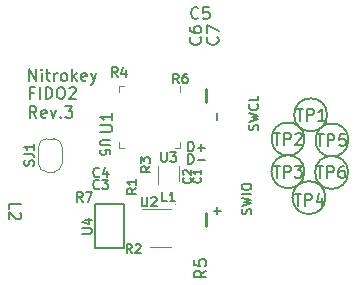
<source format=gto>
G04 #@! TF.GenerationSoftware,KiCad,Pcbnew,(5.0.1)-4*
G04 #@! TF.CreationDate,2019-05-08T11:41:41+02:00*
G04 #@! TF.ProjectId,nk-fido2,6E6B2D6669646F322E6B696361645F70,R3*
G04 #@! TF.SameCoordinates,PX791ddc0PY5e69114*
G04 #@! TF.FileFunction,Legend,Top*
G04 #@! TF.FilePolarity,Positive*
%FSLAX46Y46*%
G04 Gerber Fmt 4.6, Leading zero omitted, Abs format (unit mm)*
G04 Created by KiCad (PCBNEW (5.0.1)-4) date 08.05.2019 11:41:41*
%MOMM*%
%LPD*%
G01*
G04 APERTURE LIST*
%ADD10C,0.150000*%
%ADD11C,0.120000*%
%ADD12C,0.254000*%
%ADD13C,0.101600*%
%ADD14C,0.160000*%
G04 APERTURE END LIST*
D10*
X-9485086Y3359120D02*
X-9818420Y3835310D01*
X-10056515Y3359120D02*
X-10056515Y4359120D01*
X-9675562Y4359120D01*
X-9580324Y4311500D01*
X-9532705Y4263881D01*
X-9485086Y4168643D01*
X-9485086Y4025786D01*
X-9532705Y3930548D01*
X-9580324Y3882929D01*
X-9675562Y3835310D01*
X-10056515Y3835310D01*
X-8675562Y3406739D02*
X-8770800Y3359120D01*
X-8961277Y3359120D01*
X-9056515Y3406739D01*
X-9104134Y3501977D01*
X-9104134Y3882929D01*
X-9056515Y3978167D01*
X-8961277Y4025786D01*
X-8770800Y4025786D01*
X-8675562Y3978167D01*
X-8627943Y3882929D01*
X-8627943Y3787691D01*
X-9104134Y3692453D01*
X-8294610Y4025786D02*
X-8056515Y3359120D01*
X-7818420Y4025786D01*
X-7437467Y3454358D02*
X-7389848Y3406739D01*
X-7437467Y3359120D01*
X-7485086Y3406739D01*
X-7437467Y3454358D01*
X-7437467Y3359120D01*
X-7056515Y4359120D02*
X-6437467Y4359120D01*
X-6770800Y3978167D01*
X-6627943Y3978167D01*
X-6532705Y3930548D01*
X-6485086Y3882929D01*
X-6437467Y3787691D01*
X-6437467Y3549596D01*
X-6485086Y3454358D01*
X-6532705Y3406739D01*
X-6627943Y3359120D01*
X-6913658Y3359120D01*
X-7008896Y3406739D01*
X-7056515Y3454358D01*
X5772057Y3816262D02*
X5772057Y3206739D01*
X-9716039Y5494629D02*
X-10049372Y5494629D01*
X-10049372Y4970820D02*
X-10049372Y5970820D01*
X-9573181Y5970820D01*
X-9192229Y4970820D02*
X-9192229Y5970820D01*
X-8716039Y4970820D02*
X-8716039Y5970820D01*
X-8477943Y5970820D01*
X-8335086Y5923200D01*
X-8239848Y5827962D01*
X-8192229Y5732724D01*
X-8144610Y5542248D01*
X-8144610Y5399391D01*
X-8192229Y5208915D01*
X-8239848Y5113677D01*
X-8335086Y5018439D01*
X-8477943Y4970820D01*
X-8716039Y4970820D01*
X-7525562Y5970820D02*
X-7335086Y5970820D01*
X-7239848Y5923200D01*
X-7144610Y5827962D01*
X-7096991Y5637486D01*
X-7096991Y5304153D01*
X-7144610Y5113677D01*
X-7239848Y5018439D01*
X-7335086Y4970820D01*
X-7525562Y4970820D01*
X-7620800Y5018439D01*
X-7716039Y5113677D01*
X-7763658Y5304153D01*
X-7763658Y5637486D01*
X-7716039Y5827962D01*
X-7620800Y5923200D01*
X-7525562Y5970820D01*
X-6716039Y5875581D02*
X-6668420Y5923200D01*
X-6573181Y5970820D01*
X-6335086Y5970820D01*
X-6239848Y5923200D01*
X-6192229Y5875581D01*
X-6144610Y5780343D01*
X-6144610Y5685105D01*
X-6192229Y5542248D01*
X-6763658Y4970820D01*
X-6144610Y4970820D01*
X-10083215Y6507520D02*
X-10083215Y7507520D01*
X-9511786Y6507520D01*
X-9511786Y7507520D01*
X-9035596Y6507520D02*
X-9035596Y7174186D01*
X-9035596Y7507520D02*
X-9083215Y7459900D01*
X-9035596Y7412281D01*
X-8987977Y7459900D01*
X-9035596Y7507520D01*
X-9035596Y7412281D01*
X-8702262Y7174186D02*
X-8321310Y7174186D01*
X-8559405Y7507520D02*
X-8559405Y6650377D01*
X-8511786Y6555139D01*
X-8416548Y6507520D01*
X-8321310Y6507520D01*
X-7987977Y6507520D02*
X-7987977Y7174186D01*
X-7987977Y6983710D02*
X-7940358Y7078948D01*
X-7892739Y7126567D01*
X-7797500Y7174186D01*
X-7702262Y7174186D01*
X-7226072Y6507520D02*
X-7321310Y6555139D01*
X-7368929Y6602758D01*
X-7416548Y6697996D01*
X-7416548Y6983710D01*
X-7368929Y7078948D01*
X-7321310Y7126567D01*
X-7226072Y7174186D01*
X-7083215Y7174186D01*
X-6987977Y7126567D01*
X-6940358Y7078948D01*
X-6892739Y6983710D01*
X-6892739Y6697996D01*
X-6940358Y6602758D01*
X-6987977Y6555139D01*
X-7083215Y6507520D01*
X-7226072Y6507520D01*
X-6464167Y6507520D02*
X-6464167Y7507520D01*
X-6368929Y6888472D02*
X-6083215Y6507520D01*
X-6083215Y7174186D02*
X-6464167Y6793234D01*
X-5273691Y6555139D02*
X-5368929Y6507520D01*
X-5559405Y6507520D01*
X-5654643Y6555139D01*
X-5702262Y6650377D01*
X-5702262Y7031329D01*
X-5654643Y7126567D01*
X-5559405Y7174186D01*
X-5368929Y7174186D01*
X-5273691Y7126567D01*
X-5226072Y7031329D01*
X-5226072Y6936091D01*
X-5702262Y6840853D01*
X-4892739Y7174186D02*
X-4654643Y6507520D01*
X-4416548Y7174186D02*
X-4654643Y6507520D01*
X-4749881Y6269424D01*
X-4797500Y6221805D01*
X-4892739Y6174186D01*
X9253009Y2336977D02*
X9291104Y2451262D01*
X9291104Y2641739D01*
X9253009Y2717929D01*
X9214914Y2756024D01*
X9138723Y2794120D01*
X9062533Y2794120D01*
X8986342Y2756024D01*
X8948247Y2717929D01*
X8910152Y2641739D01*
X8872057Y2489358D01*
X8833961Y2413167D01*
X8795866Y2375072D01*
X8719676Y2336977D01*
X8643485Y2336977D01*
X8567295Y2375072D01*
X8529200Y2413167D01*
X8491104Y2489358D01*
X8491104Y2679834D01*
X8529200Y2794120D01*
X8491104Y3060786D02*
X9291104Y3251262D01*
X8719676Y3403643D01*
X9291104Y3556024D01*
X8491104Y3746500D01*
X9214914Y4508405D02*
X9253009Y4470310D01*
X9291104Y4356024D01*
X9291104Y4279834D01*
X9253009Y4165548D01*
X9176819Y4089358D01*
X9100628Y4051262D01*
X8948247Y4013167D01*
X8833961Y4013167D01*
X8681580Y4051262D01*
X8605390Y4089358D01*
X8529200Y4165548D01*
X8491104Y4279834D01*
X8491104Y4356024D01*
X8529200Y4470310D01*
X8567295Y4508405D01*
X9291104Y5232215D02*
X9291104Y4851262D01*
X8491104Y4851262D01*
X8653009Y-4783738D02*
X8691104Y-4669452D01*
X8691104Y-4478976D01*
X8653009Y-4402785D01*
X8614914Y-4364690D01*
X8538723Y-4326595D01*
X8462533Y-4326595D01*
X8386342Y-4364690D01*
X8348247Y-4402785D01*
X8310152Y-4478976D01*
X8272057Y-4631357D01*
X8233961Y-4707547D01*
X8195866Y-4745642D01*
X8119676Y-4783738D01*
X8043485Y-4783738D01*
X7967295Y-4745642D01*
X7929200Y-4707547D01*
X7891104Y-4631357D01*
X7891104Y-4440880D01*
X7929200Y-4326595D01*
X7891104Y-4059928D02*
X8691104Y-3869452D01*
X8119676Y-3717071D01*
X8691104Y-3564690D01*
X7891104Y-3374214D01*
X8691104Y-3069452D02*
X7891104Y-3069452D01*
X7891104Y-2536119D02*
X7891104Y-2383738D01*
X7929200Y-2307547D01*
X8005390Y-2231357D01*
X8157771Y-2193261D01*
X8424438Y-2193261D01*
X8576819Y-2231357D01*
X8653009Y-2307547D01*
X8691104Y-2383738D01*
X8691104Y-2536119D01*
X8653009Y-2612309D01*
X8576819Y-2688500D01*
X8424438Y-2726595D01*
X8157771Y-2726595D01*
X8005390Y-2688500D01*
X7929200Y-2612309D01*
X7891104Y-2536119D01*
X6133961Y-4481357D02*
X5524438Y-4481357D01*
X5829200Y-4176595D02*
X5829200Y-4786119D01*
X3374438Y-515404D02*
X3374438Y284596D01*
X3564914Y284596D01*
X3679200Y246500D01*
X3755390Y170310D01*
X3793485Y94120D01*
X3831580Y-58261D01*
X3831580Y-172547D01*
X3793485Y-324928D01*
X3755390Y-401119D01*
X3679200Y-477309D01*
X3564914Y-515404D01*
X3374438Y-515404D01*
X4174438Y-210642D02*
X4783961Y-210642D01*
X3374438Y534596D02*
X3374438Y1334596D01*
X3564914Y1334596D01*
X3679200Y1296500D01*
X3755390Y1220310D01*
X3793485Y1144120D01*
X3831580Y991739D01*
X3831580Y877453D01*
X3793485Y725072D01*
X3755390Y648881D01*
X3679200Y572691D01*
X3564914Y534596D01*
X3374438Y534596D01*
X4174438Y839358D02*
X4783961Y839358D01*
X4479200Y534596D02*
X4479200Y1144120D01*
X14977872Y-3378300D02*
G75*
G03X14977872Y-3378300I-1395672J0D01*
G01*
X16895572Y-1246029D02*
G75*
G03X16895572Y-1246029I-1395672J0D01*
G01*
X13199872Y-1182529D02*
G75*
G03X13199872Y-1182529I-1395672J0D01*
G01*
X13199872Y1586071D02*
G75*
G03X13199872Y1586071I-1395672J0D01*
G01*
X16922301Y1498500D02*
G75*
G03X16922301Y1498500I-1395672J0D01*
G01*
X15118901Y3632100D02*
G75*
G03X15118901Y3632100I-1395672J0D01*
G01*
D11*
G04 #@! TO.C,U1*
X2689200Y1311500D02*
X2689200Y836500D01*
X2689200Y836500D02*
X2214200Y836500D01*
X-2530800Y5581500D02*
X-2530800Y6056500D01*
X-2530800Y6056500D02*
X-2055800Y6056500D01*
X-2530800Y1311500D02*
X-2530800Y836500D01*
X-2530800Y836500D02*
X-2055800Y836500D01*
X2689200Y5581500D02*
X2689200Y6056500D01*
D12*
G04 #@! TO.C,J1*
X4899020Y-4714990D02*
X4899020Y-5814810D01*
X4899020Y4683010D02*
X4899020Y5782830D01*
D11*
G04 #@! TO.C,SJ1*
X-7320800Y-488500D02*
G75*
G02X-8020800Y-1188500I-700000J0D01*
G01*
X-8620800Y-1188500D02*
G75*
G02X-9320800Y-488500I0J700000D01*
G01*
X-9320800Y911500D02*
G75*
G02X-8620800Y1611500I700000J0D01*
G01*
X-8020800Y1611500D02*
G75*
G02X-7320800Y911500I0J-700000D01*
G01*
X-8620800Y1611500D02*
X-8020800Y1611500D01*
X-8020800Y-1188500D02*
X-8620800Y-1188500D01*
X-7320800Y911500D02*
X-7320800Y-488500D01*
X-9320800Y-488500D02*
X-9320800Y911500D01*
D10*
G04 #@! TO.C,U4*
X-4570800Y-7628500D02*
X-4570800Y-3878500D01*
X-2070800Y-7628500D02*
X-4570800Y-7628500D01*
X-2070800Y-3878500D02*
X-2070800Y-7628500D01*
X-4570800Y-3878500D02*
X-2070800Y-3878500D01*
D11*
G04 #@! TO.C,U2*
X129200Y-7563500D02*
X1929200Y-7563500D01*
X1929200Y-4343500D02*
X-520800Y-4343500D01*
D13*
G04 #@! TO.C,L1*
X2292900Y-3926500D02*
G75*
G03X2292900Y-3926500I-50800J0D01*
G01*
D11*
G04 #@! TO.C,U3*
X2579200Y-688500D02*
X2579200Y-1988500D01*
X779200Y-2238500D02*
X779200Y-688500D01*
G04 #@! TO.C,U1*
D14*
X-4078420Y2179596D02*
X-3268896Y2179596D01*
X-3173658Y2227215D01*
X-3126039Y2274834D01*
X-3078420Y2370072D01*
X-3078420Y2560548D01*
X-3126039Y2655786D01*
X-3173658Y2703405D01*
X-3268896Y2751024D01*
X-4078420Y2751024D01*
X-3078420Y3751024D02*
X-3078420Y3179596D01*
X-3078420Y3465310D02*
X-4078420Y3465310D01*
X-3935562Y3370072D01*
X-3840324Y3274834D01*
X-3792705Y3179596D01*
G04 #@! TO.C,L2*
X-11773181Y-4371833D02*
X-11773181Y-3895642D01*
X-10773181Y-3895642D01*
X-10868420Y-4657547D02*
X-10820800Y-4705166D01*
X-10773181Y-4800404D01*
X-10773181Y-5038500D01*
X-10820800Y-5133738D01*
X-10868420Y-5181357D01*
X-10963658Y-5228976D01*
X-11058896Y-5228976D01*
X-11201753Y-5181357D01*
X-11773181Y-4609928D01*
X-11773181Y-5228976D01*
G04 #@! TO.C,SJ1*
D10*
X-9756991Y-692785D02*
X-9718896Y-578500D01*
X-9718896Y-388023D01*
X-9756991Y-311833D01*
X-9795086Y-273738D01*
X-9871277Y-235642D01*
X-9947467Y-235642D01*
X-10023658Y-273738D01*
X-10061753Y-311833D01*
X-10099848Y-388023D01*
X-10137943Y-540404D01*
X-10176039Y-616595D01*
X-10214134Y-654690D01*
X-10290324Y-692785D01*
X-10366515Y-692785D01*
X-10442705Y-654690D01*
X-10480800Y-616595D01*
X-10518896Y-540404D01*
X-10518896Y-349928D01*
X-10480800Y-235642D01*
X-10518896Y335786D02*
X-9947467Y335786D01*
X-9833181Y297691D01*
X-9756991Y221500D01*
X-9718896Y107215D01*
X-9718896Y31024D01*
X-9718896Y1135786D02*
X-9718896Y678643D01*
X-9718896Y907215D02*
X-10518896Y907215D01*
X-10404610Y831024D01*
X-10328420Y754834D01*
X-10290324Y678643D01*
G04 #@! TO.C,U5*
X-3282705Y1491024D02*
X-3930324Y1491024D01*
X-4006515Y1452929D01*
X-4044610Y1414834D01*
X-4082705Y1338643D01*
X-4082705Y1186262D01*
X-4044610Y1110072D01*
X-4006515Y1071977D01*
X-3930324Y1033881D01*
X-3282705Y1033881D01*
X-3282705Y271977D02*
X-3282705Y652929D01*
X-3663658Y691024D01*
X-3625562Y652929D01*
X-3587467Y576739D01*
X-3587467Y386262D01*
X-3625562Y310072D01*
X-3663658Y271977D01*
X-3739848Y233881D01*
X-3930324Y233881D01*
X-4006515Y271977D01*
X-4044610Y310072D01*
X-4082705Y386262D01*
X-4082705Y576739D01*
X-4044610Y652929D01*
X-4006515Y691024D01*
G04 #@! TO.C,U4*
X-5608896Y-6418023D02*
X-4961277Y-6418023D01*
X-4885086Y-6379928D01*
X-4846991Y-6341833D01*
X-4808896Y-6265642D01*
X-4808896Y-6113261D01*
X-4846991Y-6037071D01*
X-4885086Y-5998976D01*
X-4961277Y-5960880D01*
X-5608896Y-5960880D01*
X-5342229Y-5237071D02*
X-4808896Y-5237071D01*
X-5646991Y-5427547D02*
X-5075562Y-5618023D01*
X-5075562Y-5122785D01*
G04 #@! TO.C,U2*
X-560324Y-3330404D02*
X-560324Y-3978023D01*
X-522229Y-4054214D01*
X-484134Y-4092309D01*
X-407943Y-4130404D01*
X-255562Y-4130404D01*
X-179372Y-4092309D01*
X-141277Y-4054214D01*
X-103181Y-3978023D01*
X-103181Y-3330404D01*
X239676Y-3406595D02*
X277771Y-3368500D01*
X353961Y-3330404D01*
X544438Y-3330404D01*
X620628Y-3368500D01*
X658723Y-3406595D01*
X696819Y-3482785D01*
X696819Y-3558976D01*
X658723Y-3673261D01*
X201580Y-4130404D01*
X696819Y-4130404D01*
G04 #@! TO.C,R5*
X4881580Y-9555166D02*
X4405390Y-9888500D01*
X4881580Y-10126595D02*
X3881580Y-10126595D01*
X3881580Y-9745642D01*
X3929200Y-9650404D01*
X3976819Y-9602785D01*
X4072057Y-9555166D01*
X4214914Y-9555166D01*
X4310152Y-9602785D01*
X4357771Y-9650404D01*
X4405390Y-9745642D01*
X4405390Y-10126595D01*
X3881580Y-8650404D02*
X3881580Y-9126595D01*
X4357771Y-9174214D01*
X4310152Y-9126595D01*
X4262533Y-9031357D01*
X4262533Y-8793261D01*
X4310152Y-8698023D01*
X4357771Y-8650404D01*
X4453009Y-8602785D01*
X4691104Y-8602785D01*
X4786342Y-8650404D01*
X4833961Y-8698023D01*
X4881580Y-8793261D01*
X4881580Y-9031357D01*
X4833961Y-9126595D01*
X4786342Y-9174214D01*
G04 #@! TO.C,TP2*
X10567295Y2094120D02*
X11138723Y2094120D01*
X10853009Y1094120D02*
X10853009Y2094120D01*
X11472057Y1094120D02*
X11472057Y2094120D01*
X11853009Y2094120D01*
X11948247Y2046500D01*
X11995866Y1998881D01*
X12043485Y1903643D01*
X12043485Y1760786D01*
X11995866Y1665548D01*
X11948247Y1617929D01*
X11853009Y1570310D01*
X11472057Y1570310D01*
X12424438Y1998881D02*
X12472057Y2046500D01*
X12567295Y2094120D01*
X12805390Y2094120D01*
X12900628Y2046500D01*
X12948247Y1998881D01*
X12995866Y1903643D01*
X12995866Y1808405D01*
X12948247Y1665548D01*
X12376819Y1094120D01*
X12995866Y1094120D01*
G04 #@! TO.C,L1*
X1555866Y-3690404D02*
X1174914Y-3690404D01*
X1174914Y-2890404D01*
X2241580Y-3690404D02*
X1784438Y-3690404D01*
X2013009Y-3690404D02*
X2013009Y-2890404D01*
X1936819Y-3004690D01*
X1860628Y-3080880D01*
X1784438Y-3118976D01*
G04 #@! TO.C,C1*
X4399200Y-1685166D02*
X4432533Y-1718500D01*
X4465866Y-1818500D01*
X4465866Y-1885166D01*
X4432533Y-1985166D01*
X4365866Y-2051833D01*
X4299200Y-2085166D01*
X4165866Y-2118500D01*
X4065866Y-2118500D01*
X3932533Y-2085166D01*
X3865866Y-2051833D01*
X3799200Y-1985166D01*
X3765866Y-1885166D01*
X3765866Y-1818500D01*
X3799200Y-1718500D01*
X3832533Y-1685166D01*
X4465866Y-1018500D02*
X4465866Y-1418500D01*
X4465866Y-1218500D02*
X3765866Y-1218500D01*
X3865866Y-1285166D01*
X3932533Y-1351833D01*
X3965866Y-1418500D01*
G04 #@! TO.C,C2*
X3539200Y-1715166D02*
X3572533Y-1748500D01*
X3605866Y-1848500D01*
X3605866Y-1915166D01*
X3572533Y-2015166D01*
X3505866Y-2081833D01*
X3439200Y-2115166D01*
X3305866Y-2148500D01*
X3205866Y-2148500D01*
X3072533Y-2115166D01*
X3005866Y-2081833D01*
X2939200Y-2015166D01*
X2905866Y-1915166D01*
X2905866Y-1848500D01*
X2939200Y-1748500D01*
X2972533Y-1715166D01*
X2972533Y-1448500D02*
X2939200Y-1415166D01*
X2905866Y-1348500D01*
X2905866Y-1181833D01*
X2939200Y-1115166D01*
X2972533Y-1081833D01*
X3039200Y-1048500D01*
X3105866Y-1048500D01*
X3205866Y-1081833D01*
X3605866Y-1481833D01*
X3605866Y-1048500D01*
G04 #@! TO.C,C3*
X-4164134Y-2574214D02*
X-4202229Y-2612309D01*
X-4316515Y-2650404D01*
X-4392705Y-2650404D01*
X-4506991Y-2612309D01*
X-4583181Y-2536119D01*
X-4621277Y-2459928D01*
X-4659372Y-2307547D01*
X-4659372Y-2193261D01*
X-4621277Y-2040880D01*
X-4583181Y-1964690D01*
X-4506991Y-1888500D01*
X-4392705Y-1850404D01*
X-4316515Y-1850404D01*
X-4202229Y-1888500D01*
X-4164134Y-1926595D01*
X-3897467Y-1850404D02*
X-3402229Y-1850404D01*
X-3668896Y-2155166D01*
X-3554610Y-2155166D01*
X-3478420Y-2193261D01*
X-3440324Y-2231357D01*
X-3402229Y-2307547D01*
X-3402229Y-2498023D01*
X-3440324Y-2574214D01*
X-3478420Y-2612309D01*
X-3554610Y-2650404D01*
X-3783181Y-2650404D01*
X-3859372Y-2612309D01*
X-3897467Y-2574214D01*
G04 #@! TO.C,C4*
X-4164134Y-1554214D02*
X-4202229Y-1592309D01*
X-4316515Y-1630404D01*
X-4392705Y-1630404D01*
X-4506991Y-1592309D01*
X-4583181Y-1516119D01*
X-4621277Y-1439928D01*
X-4659372Y-1287547D01*
X-4659372Y-1173261D01*
X-4621277Y-1020880D01*
X-4583181Y-944690D01*
X-4506991Y-868500D01*
X-4392705Y-830404D01*
X-4316515Y-830404D01*
X-4202229Y-868500D01*
X-4164134Y-906595D01*
X-3478420Y-1097071D02*
X-3478420Y-1630404D01*
X-3668896Y-792309D02*
X-3859372Y-1363738D01*
X-3364134Y-1363738D01*
G04 #@! TO.C,C5*
X4212533Y11854358D02*
X4164914Y11806739D01*
X4022057Y11759120D01*
X3926819Y11759120D01*
X3783961Y11806739D01*
X3688723Y11901977D01*
X3641104Y11997215D01*
X3593485Y12187691D01*
X3593485Y12330548D01*
X3641104Y12521024D01*
X3688723Y12616262D01*
X3783961Y12711500D01*
X3926819Y12759120D01*
X4022057Y12759120D01*
X4164914Y12711500D01*
X4212533Y12663881D01*
X5117295Y12759120D02*
X4641104Y12759120D01*
X4593485Y12282929D01*
X4641104Y12330548D01*
X4736342Y12378167D01*
X4974438Y12378167D01*
X5069676Y12330548D01*
X5117295Y12282929D01*
X5164914Y12187691D01*
X5164914Y11949596D01*
X5117295Y11854358D01*
X5069676Y11806739D01*
X4974438Y11759120D01*
X4736342Y11759120D01*
X4641104Y11806739D01*
X4593485Y11854358D01*
G04 #@! TO.C,C6*
X4386342Y10194834D02*
X4433961Y10147215D01*
X4481580Y10004358D01*
X4481580Y9909120D01*
X4433961Y9766262D01*
X4338723Y9671024D01*
X4243485Y9623405D01*
X4053009Y9575786D01*
X3910152Y9575786D01*
X3719676Y9623405D01*
X3624438Y9671024D01*
X3529200Y9766262D01*
X3481580Y9909120D01*
X3481580Y10004358D01*
X3529200Y10147215D01*
X3576819Y10194834D01*
X3481580Y11051977D02*
X3481580Y10861500D01*
X3529200Y10766262D01*
X3576819Y10718643D01*
X3719676Y10623405D01*
X3910152Y10575786D01*
X4291104Y10575786D01*
X4386342Y10623405D01*
X4433961Y10671024D01*
X4481580Y10766262D01*
X4481580Y10956739D01*
X4433961Y11051977D01*
X4386342Y11099596D01*
X4291104Y11147215D01*
X4053009Y11147215D01*
X3957771Y11099596D01*
X3910152Y11051977D01*
X3862533Y10956739D01*
X3862533Y10766262D01*
X3910152Y10671024D01*
X3957771Y10623405D01*
X4053009Y10575786D01*
G04 #@! TO.C,C7*
X5836342Y10194834D02*
X5883961Y10147215D01*
X5931580Y10004358D01*
X5931580Y9909120D01*
X5883961Y9766262D01*
X5788723Y9671024D01*
X5693485Y9623405D01*
X5503009Y9575786D01*
X5360152Y9575786D01*
X5169676Y9623405D01*
X5074438Y9671024D01*
X4979200Y9766262D01*
X4931580Y9909120D01*
X4931580Y10004358D01*
X4979200Y10147215D01*
X5026819Y10194834D01*
X4931580Y10528167D02*
X4931580Y11194834D01*
X5931580Y10766262D01*
G04 #@! TO.C,R1*
X-1028896Y-2591833D02*
X-1409848Y-2858500D01*
X-1028896Y-3048976D02*
X-1828896Y-3048976D01*
X-1828896Y-2744214D01*
X-1790800Y-2668023D01*
X-1752705Y-2629928D01*
X-1676515Y-2591833D01*
X-1562229Y-2591833D01*
X-1486039Y-2629928D01*
X-1447943Y-2668023D01*
X-1409848Y-2744214D01*
X-1409848Y-3048976D01*
X-1028896Y-1829928D02*
X-1028896Y-2287071D01*
X-1028896Y-2058500D02*
X-1828896Y-2058500D01*
X-1714610Y-2134690D01*
X-1638420Y-2210880D01*
X-1600324Y-2287071D01*
G04 #@! TO.C,R2*
X-1404134Y-8080404D02*
X-1670800Y-7699452D01*
X-1861277Y-8080404D02*
X-1861277Y-7280404D01*
X-1556515Y-7280404D01*
X-1480324Y-7318500D01*
X-1442229Y-7356595D01*
X-1404134Y-7432785D01*
X-1404134Y-7547071D01*
X-1442229Y-7623261D01*
X-1480324Y-7661357D01*
X-1556515Y-7699452D01*
X-1861277Y-7699452D01*
X-1099372Y-7356595D02*
X-1061277Y-7318500D01*
X-985086Y-7280404D01*
X-794610Y-7280404D01*
X-718420Y-7318500D01*
X-680324Y-7356595D01*
X-642229Y-7432785D01*
X-642229Y-7508976D01*
X-680324Y-7623261D01*
X-1137467Y-8080404D01*
X-642229Y-8080404D01*
G04 #@! TO.C,R4*
X-2614134Y6849596D02*
X-2880800Y7230548D01*
X-3071277Y6849596D02*
X-3071277Y7649596D01*
X-2766515Y7649596D01*
X-2690324Y7611500D01*
X-2652229Y7573405D01*
X-2614134Y7497215D01*
X-2614134Y7382929D01*
X-2652229Y7306739D01*
X-2690324Y7268643D01*
X-2766515Y7230548D01*
X-3071277Y7230548D01*
X-1928420Y7382929D02*
X-1928420Y6849596D01*
X-2118896Y7687691D02*
X-2309372Y7116262D01*
X-1814134Y7116262D01*
G04 #@! TO.C,R6*
X2565866Y6319596D02*
X2299200Y6700548D01*
X2108723Y6319596D02*
X2108723Y7119596D01*
X2413485Y7119596D01*
X2489676Y7081500D01*
X2527771Y7043405D01*
X2565866Y6967215D01*
X2565866Y6852929D01*
X2527771Y6776739D01*
X2489676Y6738643D01*
X2413485Y6700548D01*
X2108723Y6700548D01*
X3251580Y7119596D02*
X3099200Y7119596D01*
X3023009Y7081500D01*
X2984914Y7043405D01*
X2908723Y6929120D01*
X2870628Y6776739D01*
X2870628Y6471977D01*
X2908723Y6395786D01*
X2946819Y6357691D01*
X3023009Y6319596D01*
X3175390Y6319596D01*
X3251580Y6357691D01*
X3289676Y6395786D01*
X3327771Y6471977D01*
X3327771Y6662453D01*
X3289676Y6738643D01*
X3251580Y6776739D01*
X3175390Y6814834D01*
X3023009Y6814834D01*
X2946819Y6776739D01*
X2908723Y6738643D01*
X2870628Y6662453D01*
G04 #@! TO.C,U3*
X1069676Y469596D02*
X1069676Y-178023D01*
X1107771Y-254214D01*
X1145866Y-292309D01*
X1222057Y-330404D01*
X1374438Y-330404D01*
X1450628Y-292309D01*
X1488723Y-254214D01*
X1526819Y-178023D01*
X1526819Y469596D01*
X1831580Y469596D02*
X2326819Y469596D01*
X2060152Y164834D01*
X2174438Y164834D01*
X2250628Y126739D01*
X2288723Y88643D01*
X2326819Y12453D01*
X2326819Y-178023D01*
X2288723Y-254214D01*
X2250628Y-292309D01*
X2174438Y-330404D01*
X1945866Y-330404D01*
X1869676Y-292309D01*
X1831580Y-254214D01*
G04 #@! TO.C,TP1*
X12517295Y4144120D02*
X13088723Y4144120D01*
X12803009Y3144120D02*
X12803009Y4144120D01*
X13422057Y3144120D02*
X13422057Y4144120D01*
X13803009Y4144120D01*
X13898247Y4096500D01*
X13945866Y4048881D01*
X13993485Y3953643D01*
X13993485Y3810786D01*
X13945866Y3715548D01*
X13898247Y3667929D01*
X13803009Y3620310D01*
X13422057Y3620310D01*
X14945866Y3144120D02*
X14374438Y3144120D01*
X14660152Y3144120D02*
X14660152Y4144120D01*
X14564914Y4001262D01*
X14469676Y3906024D01*
X14374438Y3858405D01*
G04 #@! TO.C,TP3*
X10567295Y-685880D02*
X11138723Y-685880D01*
X10853009Y-1685880D02*
X10853009Y-685880D01*
X11472057Y-1685880D02*
X11472057Y-685880D01*
X11853009Y-685880D01*
X11948247Y-733500D01*
X11995866Y-781119D01*
X12043485Y-876357D01*
X12043485Y-1019214D01*
X11995866Y-1114452D01*
X11948247Y-1162071D01*
X11853009Y-1209690D01*
X11472057Y-1209690D01*
X12376819Y-685880D02*
X12995866Y-685880D01*
X12662533Y-1066833D01*
X12805390Y-1066833D01*
X12900628Y-1114452D01*
X12948247Y-1162071D01*
X12995866Y-1257309D01*
X12995866Y-1495404D01*
X12948247Y-1590642D01*
X12900628Y-1638261D01*
X12805390Y-1685880D01*
X12519676Y-1685880D01*
X12424438Y-1638261D01*
X12376819Y-1590642D01*
G04 #@! TO.C,TP4*
X12367295Y-3055880D02*
X12938723Y-3055880D01*
X12653009Y-4055880D02*
X12653009Y-3055880D01*
X13272057Y-4055880D02*
X13272057Y-3055880D01*
X13653009Y-3055880D01*
X13748247Y-3103500D01*
X13795866Y-3151119D01*
X13843485Y-3246357D01*
X13843485Y-3389214D01*
X13795866Y-3484452D01*
X13748247Y-3532071D01*
X13653009Y-3579690D01*
X13272057Y-3579690D01*
X14700628Y-3389214D02*
X14700628Y-4055880D01*
X14462533Y-3008261D02*
X14224438Y-3722547D01*
X14843485Y-3722547D01*
G04 #@! TO.C,TP5*
X14267295Y1994120D02*
X14838723Y1994120D01*
X14553009Y994120D02*
X14553009Y1994120D01*
X15172057Y994120D02*
X15172057Y1994120D01*
X15553009Y1994120D01*
X15648247Y1946500D01*
X15695866Y1898881D01*
X15743485Y1803643D01*
X15743485Y1660786D01*
X15695866Y1565548D01*
X15648247Y1517929D01*
X15553009Y1470310D01*
X15172057Y1470310D01*
X16648247Y1994120D02*
X16172057Y1994120D01*
X16124438Y1517929D01*
X16172057Y1565548D01*
X16267295Y1613167D01*
X16505390Y1613167D01*
X16600628Y1565548D01*
X16648247Y1517929D01*
X16695866Y1422691D01*
X16695866Y1184596D01*
X16648247Y1089358D01*
X16600628Y1041739D01*
X16505390Y994120D01*
X16267295Y994120D01*
X16172057Y1041739D01*
X16124438Y1089358D01*
G04 #@! TO.C,TP6*
X14217295Y-705880D02*
X14788723Y-705880D01*
X14503009Y-1705880D02*
X14503009Y-705880D01*
X15122057Y-1705880D02*
X15122057Y-705880D01*
X15503009Y-705880D01*
X15598247Y-753500D01*
X15645866Y-801119D01*
X15693485Y-896357D01*
X15693485Y-1039214D01*
X15645866Y-1134452D01*
X15598247Y-1182071D01*
X15503009Y-1229690D01*
X15122057Y-1229690D01*
X16550628Y-705880D02*
X16360152Y-705880D01*
X16264914Y-753500D01*
X16217295Y-801119D01*
X16122057Y-943976D01*
X16074438Y-1134452D01*
X16074438Y-1515404D01*
X16122057Y-1610642D01*
X16169676Y-1658261D01*
X16264914Y-1705880D01*
X16455390Y-1705880D01*
X16550628Y-1658261D01*
X16598247Y-1610642D01*
X16645866Y-1515404D01*
X16645866Y-1277309D01*
X16598247Y-1182071D01*
X16550628Y-1134452D01*
X16455390Y-1086833D01*
X16264914Y-1086833D01*
X16169676Y-1134452D01*
X16122057Y-1182071D01*
X16074438Y-1277309D01*
G04 #@! TO.C,R3*
X141104Y-741833D02*
X-239848Y-1008500D01*
X141104Y-1198976D02*
X-658896Y-1198976D01*
X-658896Y-894214D01*
X-620800Y-818023D01*
X-582705Y-779928D01*
X-506515Y-741833D01*
X-392229Y-741833D01*
X-316039Y-779928D01*
X-277943Y-818023D01*
X-239848Y-894214D01*
X-239848Y-1198976D01*
X-658896Y-475166D02*
X-658896Y20072D01*
X-354134Y-246595D01*
X-354134Y-132309D01*
X-316039Y-56119D01*
X-277943Y-18023D01*
X-201753Y20072D01*
X-11277Y20072D01*
X64914Y-18023D01*
X103009Y-56119D01*
X141104Y-132309D01*
X141104Y-360880D01*
X103009Y-437071D01*
X64914Y-475166D01*
G04 #@! TO.C,R7*
X-5584134Y-3720404D02*
X-5850800Y-3339452D01*
X-6041277Y-3720404D02*
X-6041277Y-2920404D01*
X-5736515Y-2920404D01*
X-5660324Y-2958500D01*
X-5622229Y-2996595D01*
X-5584134Y-3072785D01*
X-5584134Y-3187071D01*
X-5622229Y-3263261D01*
X-5660324Y-3301357D01*
X-5736515Y-3339452D01*
X-6041277Y-3339452D01*
X-5317467Y-2920404D02*
X-4784134Y-2920404D01*
X-5126991Y-3720404D01*
G04 #@! TD*
M02*

</source>
